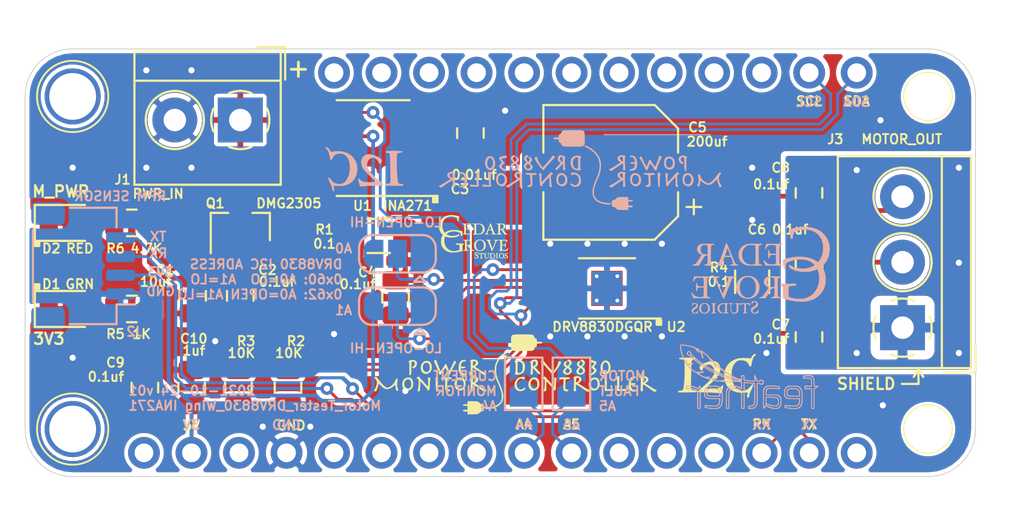
<source format=kicad_pcb>
(kicad_pcb (version 20211014) (generator pcbnew)
  (title_block (title "Motor_Tester_DRV8830_FeatherWing / INA271") (date "2021-10-24") (rev "v01") (company "Cedar Grove Studios"))
  (layers (0 "F.Cu" signal) (31 "B.Cu" signal) (34 "B.Paste" user) (35 "F.Paste" user) (36 "B.SilkS" user "B.Silkscreen") (37 "F.SilkS" user "F.Silkscreen") (38 "B.Mask" user) (39 "F.Mask" user) (44 "Edge.Cuts" user))
  (net 0 "")
  (net 1 "GND")
  (net 2 "+3V3")
  (net 3 "/SCL")
  (net 4 "/SDA")
  (net 5 "Net-(D2-Pad2)")
  (net 6 "/PWR_IN")
  (net 7 "/C_PWR_IN")
  (net 8 "/M_PWR_IN")
  (net 9 "/M_SHIELD")
  (net 10 "/M_OUT_1")
  (net 11 "/M_OUT_2")
  (net 12 "Net-(D1-Pad2)")
  (net 13 "/SENSOR_RX")
  (net 14 "/SENSOR_TX")
  (net 15 "/M_FAULT")
  (net 16 "Net-(M1-Pad1)")
  (net 17 "Net-(M1-Pad3)")
  (net 18 "Net-(M1-Pad5)")
  (net 19 "Net-(M1-Pad6)")
  (net 20 "Net-(M1-Pad7)")
  (net 21 "Net-(M1-Pad8)")
  (net 22 "Net-(M1-Pad11)")
  (net 23 "Net-(M1-Pad12)")
  (net 24 "Net-(M1-Pad13)")
  (net 25 "Net-(M1-Pad16)")
  (net 26 "Net-(M1-Pad17)")
  (net 27 "Net-(M1-Pad18)")
  (net 28 "Net-(M1-Pad19)")
  (net 29 "Net-(M1-Pad20)")
  (net 30 "Net-(M1-Pad21)")
  (net 31 "Net-(M1-Pad26)")
  (net 32 "/C_MON_A4")
  (net 33 "Net-(M1-Pad22)")
  (net 34 "Net-(M1-Pad23)")
  (net 35 "Net-(M1-Pad24)")
  (net 36 "Net-(M1-Pad25)")
  (net 37 "Net-(C3-Pad2)")
  (net 38 "Net-(JP2-Pad2)")
  (net 39 "Net-(R4-Pad2)")
  (net 40 "Net-(JP3-Pad2)")
  (net 41 "Net-(JP4-Pad2)")
  (footprint "Adafruit:CedarGroveStudios_TEXT_LOGO_4x2_7mm" (layer "F.Cu") (at 151.003 86.233)
    (fp_text reference "G***" hide)
    (fp_text value "CedarGroveStudios_TEXT_LOGO_4x2_7mm" hide)
  )
  (footprint "Adafruit:mtc_wing_DRV8830_24x14mm" (layer "F.Cu") (at 153.162 93.599)
    (fp_text reference "G***" hide)
    (fp_text value "LOGO" hide)
  )
  (footprint "Adafruit:I2C_LOGO" (layer "F.Cu") (at 163.957 93.599)
    (fp_text reference "G***" hide)
    (fp_text value "LOGO" hide)
  )
  (footprint "Adafruit:Adafruit_Feather_M4_Express_bare" (layer "F.Cu") (at 152.4 87.63)
    (fp_text reference "M1")
    (fp_text value "Feather_M4_Express")
  )
  (footprint "Capacitor_SMD:C_0805_2012Metric" (layer "F.Cu") (at 135.95 89.4 -90)
    (fp_text reference "C1")
    (fp_text value "10uf")
  )
  (footprint "Capacitor_SMD:C_0805_2012Metric" (layer "F.Cu") (at 138.5 89.4 -90)
    (fp_text reference "C2")
    (fp_text value "0.1uf")
  )
  (footprint "Capacitor_SMD:C_0805_2012Metric" (layer "F.Cu") (at 150.8 80.7 90)
    (fp_text reference "C3")
    (fp_text value "0.01uf")
  )
  (footprint "Capacitor_SMD:C_0805_2012Metric" (layer "F.Cu") (at 146.8 89.5 -90)
    (fp_text reference "C4")
    (fp_text value "0.1uf")
  )
  (footprint "Capacitor_SMD:CP_Elec_6.6x6.6" (layer "F.Cu") (at 158.3 82.8 180)
    (fp_text reference "C5")
    (fp_text value "200uf")
  )
  (footprint "Capacitor_SMD:C_0805_2012Metric" (layer "F.Cu") (at 168.9 87.75 90)
    (fp_text reference "C6")
    (fp_text value "0.1uf")
  )
  (footprint "Capacitor_SMD:C_0805_2012Metric" (layer "F.Cu") (at 168.9 91.6 90)
    (fp_text reference "C7")
    (fp_text value "0.1uf")
  )
  (footprint "Capacitor_SMD:C_0805_2012Metric" (layer "F.Cu") (at 168.9 83.9 -90)
    (fp_text reference "C8")
    (fp_text value "0.1uf")
  )
  (footprint "Capacitor_SMD:C_0805_2012Metric" (layer "F.Cu") (at 133.4 94.3 -90)
    (fp_text reference "C9")
    (fp_text value "0.1uf")
  )
  (footprint "Capacitor_SMD:C_0805_2012Metric" (layer "F.Cu") (at 135.9 94.3 90)
    (fp_text reference "C10")
    (fp_text value "1uf")
  )
  (footprint "LED_SMD:LED_0805_2012Metric" (layer "F.Cu") (at 129.2 90.1)
    (fp_text reference "D1")
    (fp_text value "GRN")
  )
  (footprint "LED_SMD:LED_0805_2012Metric" (layer "F.Cu") (at 129.2 85.5)
    (fp_text reference "D2")
    (fp_text value "RED")
  )
  (footprint "TerminalBlock_4Ucon:TerminalBlock_4Ucon_1x02_P3.50mm_Horizontal" (layer "F.Cu") (at 138.5 80 180)
    (fp_text reference "J1")
    (fp_text value "PWR_IN")
  )
  (footprint "TerminalBlock_4Ucon:TerminalBlock_4Ucon_1x03_P3.50mm_Horizontal" (layer "F.Cu") (at 173.9 91.1 90)
    (fp_text reference "J3")
    (fp_text value "MOTOR_OUT")
  )
  (footprint "Package_TO_SOT_SMD:SOT-23" (layer "F.Cu") (at 138.5 85.725 90)
    (fp_text reference "Q1")
    (fp_text value "DMG2305")
  )
  (footprint "Resistor_SMD:R_0805_2012Metric" (layer "F.Cu") (at 141.05 94.3 -90)
    (fp_text reference "R2")
    (fp_text value "10K")
  )
  (footprint "Resistor_SMD:R_0805_2012Metric" (layer "F.Cu") (at 138.4 94.3 -90)
    (fp_text reference "R3")
    (fp_text value "10K")
  )
  (footprint "Resistor_SMD:R_0805_2012Metric" (layer "F.Cu") (at 132.7 90.1)
    (fp_text reference "R5")
    (fp_text value "1K")
  )
  (footprint "Resistor_SMD:R_0805_2012Metric" (layer "F.Cu") (at 132.7 85.5)
    (fp_text reference "R6")
    (fp_text value "4.7K")
  )
  (footprint "Package_SO:SOIC-8_3.9x4.9mm_P1.27mm" (layer "F.Cu") (at 145.6 81.5 180)
    (fp_text reference "U1")
    (fp_text value "INA271")
  )
  (footprint "Package_SO:MSOP-10-1EP_3x3mm_P0.5mm_EP1.68x1.88mm_ThermalVias" (layer "F.Cu") (at 158.1 89 180)
    (fp_text reference "U2")
    (fp_text value "DRV8830DGQR")
  )
  (footprint "Resistor_SMD:R_1206_3216Metric" (layer "F.Cu") (at 165.862 88.646 -90)
    (fp_text reference "R4")
    (fp_text value "0.1")
  )
  (footprint "Resistor_SMD:R_1206_3216Metric" (layer "F.Cu") (at 145.9 86.2 180)
    (fp_text reference "R1")
    (fp_text value "0.1")
  )
  (footprint "Adafruit:Feather_LOGO_8x4mm" (layer "B.Cu") (at 165.735 93.599 180)
    (fp_text reference "G***" hide)
    (fp_text value "Feather_LOGO_8x4mm" hide)
  )
  (footprint "Adafruit:CedarGroveStudios_TEXT_LOGO_8x5_4mm" (layer "B.Cu") (at 166.243 88.011 180)
    (fp_text reference "G***" hide)
    (fp_text value "LOGO" hide)
  )
  (footprint "Adafruit:I2C_LOGO" (layer "B.Cu") (at 145.161 82.55 180)
    (fp_text reference "G***" hide)
    (fp_text value "LOGO" hide)
  )
  (footprint "Adafruit:mtc_wing_DRV8830_24x14mm" (layer "B.Cu") (at 156.718 82.677 180)
    (fp_text reference "G***" hide)
    (fp_text value "LOGO" hide)
  )
  (footprint "Connector_JST:JST_SH_SM04B-SRSS-TB_1x04-1MP_P1.00mm_Horizontal" (layer "B.Cu") (at 130.1 87.8 90)
    (fp_text reference "J2")
    (fp_text value "SENSOR_UART-QT")
  )
  (footprint "Jumper:SolderJumper-2_P1.3mm_Open_TrianglePad1.0x1.5mm" (layer "B.Cu") (at 153.65 94.1 90)
    (fp_text reference "JP1")
    (fp_text value "C_MON_A4")
  )
  (footprint "Jumper:SolderJumper-2_P1.3mm_Open_TrianglePad1.0x1.5mm" (layer "B.Cu") (at 156.2 94.1 90)
    (fp_text reference "JP2")
    (fp_text value "M_FAULT_A5")
  )
  (footprint "Jumper:SolderJumper-3_P1.3mm_Open_RoundedPad1.0x1.5mm" (layer "B.Cu") (at 146.9 87.15 180)
    (fp_text reference "JP3")
    (fp_text value "M_ADDR_0")
  )
  (footprint "Jumper:SolderJumper-3_P1.3mm_Open_RoundedPad1.0x1.5mm" (layer "B.Cu") (at 146.9 89.95 180)
    (fp_text reference "JP4")
    (fp_text value "M_ADDR_1")
  )
  (gr_poly (pts (xy 149.05 84.404) (xy 148.796 84.404) (xy 148.796 84.15) (xy 149.05 84.15)) (layer "F.SilkS") (width 0.1) (fill solid))
  (gr_poly (pts (xy 127.762 89.027) (xy 127.508 89.027) (xy 127.508 88.773) (xy 127.762 88.773)) (layer "F.SilkS") (width 0.1) (fill solid))
  (gr_poly (pts (xy 127.762 86.741) (xy 127.508 86.741) (xy 127.508 86.487) (xy 127.762 86.487)) (layer "F.SilkS") (width 0.1) (fill solid))
  (gr_poly (pts (xy 161.004 90.954) (xy 160.75 90.954) (xy 160.75 90.7) (xy 161.004 90.7)) (layer "F.SilkS") (width 0.1) (fill solid))
  (gr_line (start 175.006 93.726) (end 174.752 93.345) (layer "F.SilkS") (width 0.12))
  (gr_line (start 174.752 93.345) (end 174.498 93.726) (layer "F.SilkS") (width 0.12))
  (gr_line (start 173.863 94.107) (end 174.752 94.107) (layer "F.SilkS") (width 0.12))
  (gr_line (start 174.752 93.345) (end 175.006 93.726) (layer "F.SilkS") (width 0.12))
  (gr_line (start 174.752 94.107) (end 174.752 93.345) (layer "F.SilkS") (width 0.12))
  (gr_line (start 127 78.74) (end 127 96.52) (layer "Edge.Cuts") (width 0.05))
  (gr_arc (start 127 78.74) (mid 127.743949 76.943949) (end 129.54 76.2) (layer "Edge.Cuts") (width 0.05))
  (gr_arc (start 129.54 99.06) (mid 127.743949 98.316051) (end 127 96.52) (layer "Edge.Cuts") (width 0.05))
  (gr_arc (start 177.8 96.52) (mid 177.056051 98.316051) (end 175.26 99.06) (layer "Edge.Cuts") (width 0.05))
  (gr_line (start 129.54 99.06) (end 175.26 99.06) (layer "Edge.Cuts") (width 0.05))
  (gr_line (start 175.26 76.2) (end 129.54 76.2) (layer "Edge.Cuts") (width 0.05))
  (gr_line (start 177.8 96.52) (end 177.8 78.74) (layer "Edge.Cuts") (width 0.05))
  (gr_arc (start 175.26 76.2) (mid 177.056051 76.943949) (end 177.8 78.74) (layer "Edge.Cuts") (width 0.05))
  (gr_text "TX" (at 134.112 86.233) (layer "B.SilkS") (effects (font (size 0.5 0.5) (thickness 0.1)) (justify mirror)))
  (gr_text "RX" (at 134.112 87.122) (layer "B.SilkS") (effects (font (size 0.5 0.5) (thickness 0.1)) (justify mirror)))
  (gr_text "3V3" (at 134.239 88.138) (layer "B.SilkS") (effects (font (size 0.5 0.5) (thickness 0.1)) (justify mirror)))
  (gr_text "GND" (at 134.239 89.154) (layer "B.SilkS") (effects (font (size 0.5 0.5) (thickness 0.1)) (justify mirror)))
  (gr_text "DRV8830 I2C ADRESS\n0x60: A0=LO  A1=LO\n0x62: A0=OPEN A1=LO" (at 144.018 88.519) (layer "B.SilkS") (effects (font (size 0.5 0.5) (thickness 0.1)) (justify left mirror)))
  (gr_text "MOTOR\nFAULT\nA5" (at 157.607 94.488) (layer "B.SilkS") (effects (font (size 0.5 0.5) (thickness 0.1)) (justify right mirror)))
  (gr_text "CURRENT\nMONITOR\nA4" (at 152.273 94.488) (layer "B.SilkS") (effects (font (size 0.5 0.5) (thickness 0.1)) (justify left mirror)))
  (gr_text "RPM SENSOR" (at 132.08 84.074) (layer "B.SilkS") (effects (font (size 0.5 0.5) (thickness 0.1)) (justify mirror)))
  (gr_text "2021-10-24 v01\nMotor_Tester_DRV8830_Wing INA271" (at 132.461 94.869) (layer "B.SilkS") (effects (font (size 0.5 0.5) (thickness 0.1)) (justify right mirror)))
  (gr_text "LO-OPEN-HI" (at 149.352 85.471) (layer "B.SilkS") (effects (font (size 0.5 0.5) (thickness 0.1)) (justify left mirror)))
  (gr_text "A1" (at 144.018 90.17) (layer "B.SilkS") (effects (font (size 0.5 0.5) (thickness 0.1)) (justify mirror)))
  (gr_text "LO-OPEN-HI" (at 149.352 92.202) (layer "B.SilkS") (effects (font (size 0.5 0.5) (thickness 0.1)) (justify left mirror)))
  (gr_text "A0" (at 144.018 86.868) (layer "B.SilkS") (effects (font (size 0.5 0.5) (thickness 0.1)) (justify mirror)))
  (gr_text "3V3" (at 128.27 91.694) (layer "F.SilkS") (effects (font (size 0.6 0.6) (thickness 0.12))))
  (gr_text "SHIELD" (at 171.958 94.107) (layer "F.SilkS") (effects (font (size 0.6 0.6) (thickness 0.12))))
  (gr_text "M_PWR" (at 128.905 83.82) (layer "F.SilkS") (effects (font (size 0.6 0.6) (thickness 0.12))))
  (gr_text "+" (at 141.605 77.216) (layer "F.SilkS") (effects (font (size 1 1))))
  (segment (start 153.924 79.502) (end 152.654 79.502) (width 0.254) (layer "F.Cu") (net 1))
  (segment (start 155.5 82.8) (end 154.428 82.8) (width 0.254) (layer "F.Cu") (net 1))
  (segment (start 156.972 82.296) (end 156.972 81.28) (width 0.254) (layer "F.Cu") (net 1))
  (segment (start 154.178 79.756) (end 153.924 79.502) (width 0.254) (layer "F.Cu") (net 1))
  (segment (start 154.428 82.8) (end 154.178 82.55) (width 0.254) (layer "F.Cu") (net 1))
  (segment (start 155.5 82.8) (end 156.468 82.8) (width 0.254) (layer "F.Cu") (net 1))
  (segment (start 154.178 82.55) (end 154.178 79.756) (width 0.254) (layer "F.Cu") (net 1))
  (segment (start 156.468 82.8) (end 156.972 82.296) (width 0.254) (layer "F.Cu") (net 1))
  (via (at 129.54 82.55) (size 0.6858) (drill 0.3302) (layers "F.Cu" "B.Cu") (net 1))
  (via (at 133.477 82.55) (size 0.6858) (drill 0.3302) (layers "F.Cu" "B.Cu") (net 1))
  (via (at 133.477 77.343) (size 0.6858) (drill 0.3302) (layers "F.Cu" "B.Cu") (net 1))
  (via (at 135.89 77.343) (size 0.6858) (drill 0.3302) (layers "F.Cu" "B.Cu") (net 1))
  (via (at 135.89 82.55) (size 0.6858) (drill 0.3302) (layers "F.Cu" "B.Cu") (net 1))
  (via (at 165.862 82.55) (size 0.6858) (drill 0.3302) (layers "F.Cu" "B.Cu") (net 1))
  (via (at 165.862 85.344) (size 0.6858) (drill 0.3302) (layers "F.Cu" "B.Cu") (net 1))
  (via (at 152.654 79.502) (size 0.6858) (drill 0.3302) (layers "F.Cu" "B.Cu") (net 1))
  (via (at 143.51 91.44) (size 0.6858) (drill 0.3302) (layers "F.Cu" "B.Cu") (net 1))
  (via (at 137.16 91.821) (size 0.6858) (drill 0.3302) (layers "F.Cu" "B.Cu") (net 1))
  (via (at 157.056666 91.567) (size 0.6858) (drill 0.3302) (layers "F.Cu" "B.Cu") (net 1))
  (via (at 155.067 91.567) (size 0.6858) (drill 0.3302) (layers "F.Cu" "B.Cu") (net 1))
  (via (at 159.046332 91.567) (size 0.6858) (drill 0.3302) (layers "F.Cu" "B.Cu") (net 1))
  (via (at 161.036 91.567) (size 0.6858) (drill 0.3302) (layers "F.Cu" "B.Cu") (net 1))
  (via (at 159.046332 86.614) (size 0.6858) (drill 0.3302) (layers "F.Cu" "B.Cu") (net 1))
  (via (at 155.067 86.614) (size 0.6858) (drill 0.3302) (layers "F.Cu" "B.Cu") (net 1))
  (via (at 161.036 86.614) (size 0.6858) (drill 0.3302) (layers "F.Cu" "B.Cu") (net 1))
  (via (at 157.056666 86.614) (size 0.6858) (drill 0.3302) (layers "F.Cu" "B.Cu") (net 1))
  (via (at 166.624 92.456) (size 0.6858) (drill 0.3302) (layers "F.Cu" "B.Cu") (net 1))
  (via (at 172.847 95.25) (size 0.6858) (drill 0.3302) (layers "F.Cu" "B.Cu") (net 1))
  (via (at 172.72 80.01) (size 0.6858) (drill 0.3302) (layers "F.Cu" "B.Cu") (net 1))
  (via (at 142.24 96.393) (size 0.6858) (drill 0.3302) (layers "F.Cu" "B.Cu") (net 1))
  (via (at 139.7 96.393) (size 0.6858) (drill 0.3302) (layers "F.Cu" "B.Cu") (net 1))
  (via (at 147.32 94.488) (size 0.6858) (drill 0.3302) (layers "F.Cu" "B.Cu") (net 1))
  (via (at 129.54 92.71) (size 0.6858) (drill 0.3302) (layers "F.Cu" "B.Cu") (net 1))
  (segment (start 145.535 80.865) (end 145.535 80.865) (width 0.2032) (layer "F.Cu") (net 2))
  (segment (start 133.6375 90.1) (end 133.6375 93.125) (width 0.2032) (layer "F.Cu") (net 2))
  (segment (start 138.4 95.2375) (end 141.05 95.2375) (width 0.2032) (layer "F.Cu") (net 2))
  (segment (start 135.275 95.2375) (end 135.9 95.2375) (width 0.2032) (layer "F.Cu") (net 2))
  (segment (start 133.4 93.3625) (end 135.275 95.2375) (width 0.2032) (layer "F.Cu") (net 2))
  (segment (start 143.125 80.865) (end 145.595 80.865) (width 0.2032) (layer "F.Cu") (net 2))
  (segment (start 135.9 97.78) (end 135.89 97.79) (width 0.2032) (layer "F.Cu") (net 2))
  (segment (start 135.9 95.2375) (end 138.4 95.2375) (width 0.2032) (layer "F.Cu") (net 2))
  (segment (start 135.9 95.2375) (end 135.9 97.78) (width 0.2032) (layer "F.Cu") (net 2))
  (via (at 145.595 80.865) (size 0.6858) (drill 0.3302) (layers "F.Cu" "B.Cu") (net 2))
  (segment (start 132.1 88.3) (end 133.96899 88.3) (width 0.2032) (layer "B.Cu") (net 2))
  (segment (start 133.96899 88.3) (end 134.66899 89) (width 0.2032) (layer "B.Cu") (net 2))
  (segment (start 145.5875 80.8725) (end 145.595 80.865) (width 0.2032) (layer "B.Cu") (net 2))
  (segment (start 145.6 89.95) (end 145.6 87.15) (width 0.2032) (layer "B.Cu") (net 2))
  (segment (start 134.66899 89) (end 134.66899 93.26699) (width 0.2032) (layer "B.Cu") (net 2))
  (segment (start 142.829103 95.008701) (end 145.021299 95.008701) (width 0.2032) (layer "B.Cu") (net 2))
  (segment (start 145.021299 95.008701) (end 145.6 94.43) (width 0.2032) (layer "B.Cu") (net 2))
  (segment (start 135.442181 94.73101) (end 135.227086 94.515914) (width 0.2032) (layer "B.Cu") (net 2))
  (segment (start 136.91699 94.73101) (end 135.442181 94.73101) (width 0.2032) (layer "B.Cu") (net 2))
  (segment (start 135.227086 94.515914) (end 134.66899 93.957819) (width 0.2032) (layer "B.Cu") (net 2))
  (segment (start 135.89 97.79) (end 135.89 95.178828) (width 0.2032) (layer "B.Cu") (net 2))
  (segment (start 142.551412 94.73101) (end 142.829103 95.008701) (width 0.2032) (layer "B.Cu") (net 2))
  (segment (start 145.5875 89.9625) (end 145.6 89.95) (width 0.2032) (layer "B.Cu") (net 2))
  (segment (start 135.89 95.178828) (end 135.227086 94.515914) (width 0.2032) (layer "B.Cu") (net 2))
  (segment (start 145.6 94.43) (end 145.6 89.95) (width 0.2032) (layer "B.Cu") (net 2))
  (segment (start 135.89 97.409) (end 135.89 97.79) (width 0.254) (layer "B.Cu") (net 2))
  (segment (start 136.91699 94.73101) (end 142.551412 94.73101) (width 0.2032) (layer "B.Cu") (net 2))
  (segment (start 135.89 97.337374) (end 135.89 97.79) (width 0.254) (layer "B.Cu") (net 2))
  (segment (start 145.6 87.15) (end 145.6 80.87) (width 0.2032) (layer "B.Cu") (net 2))
  (segment (start 145.6 80.87) (end 145.595 80.865) (width 0.2032) (layer "B.Cu") (net 2))
  (segment (start 134.66899 93.957819) (end 134.66899 93.26699) (width 0.2032) (layer "B.Cu") (net 2))
  (segment (start 153.5 90.45) (end 153.5 90.45) (width 0.1524) (layer "F.Cu") (net 3))
  (segment (start 153.5 90.45) (end 153.5 92.4) (width 0.1524) (layer "F.Cu") (net 3))
  (segment (start 141.05 93.3625) (end 152.5375 93.3625) (width 0.1524) (layer "F.Cu") (net 3))
  (segment (start 153.5 92.4) (end 152.5375 93.3625) (width 0.1524) (layer "F.Cu") (net 3))
  (segment (start 154.75 90) (end 154.85 90) (width 0.1524) (layer "F.Cu") (net 3))
  (segment (start 154.85 90) (end 155.95 90) (width 0.1524) (layer "F.Cu") (net 3))
  (segment (start 153.95 90) (end 153.5 90.45) (width 0.1524) (layer "F.Cu") (net 3))
  (segment (start 154.85 90) (end 153.95 90) (width 0.1524) (layer "F.Cu") (net 3))
  (via (at 153.5 90.45) (size 0.6858) (drill 0.3302) (layers "F.Cu" "B.Cu") (net 3))
  (segment (start 151.828499 90.074321) (end 151.828499 89.525679) (width 0.1524) (layer "B.Cu") (net 3))
  (segment (start 152.75 89.15) (end 152.975 88.925) (width 0.1524) (layer "B.Cu") (net 3))
  (segment (start 153.421501 90.371501) (end 153.5 90.45) (width 0.1524) (layer "B.Cu") (net 3))
  (segment (start 152.975 88.925) (end 152.975 87.175) (width 0.1524) (layer "B.Cu") (net 3))
  (segment (start 170.053 78.613) (end 168.91 77.47) (width 0.1524) (layer "B.Cu") (net 3))
  (segment (start 169.46881 80.21319) (end 170.053 79.629) (width 0.1524) (layer "B.Cu") (net 3))
  (segment (start 170.053 79.629) (end 170.053 78.613) (width 0.1524) (layer "B.Cu") (net 3))
  (segment (start 151.828499 89.525679) (end 152.204178 89.15) (width 0.1524) (layer "B.Cu") (net 3))
  (segment (start 152.204178 89.15) (end 152.75 89.15) (width 0.1524) (layer "B.Cu") (net 3))
  (segment (start 152.975 87.175) (end 152.975 81.035934) (width 0.1524) (layer "B.Cu") (net 3))
  (segment (start 152.975 87.175) (end 152.975 88.025) (width 0.1524) (layer "B.Cu") (net 3))
  (segment (start 152.975 81.035934) (end 153.797743 80.213191) (width 0.1524) (layer "B.Cu") (net 3))
  (segment (start 153.797743 80.213191) (end 169.46881 80.21319) (width 0.1524) (layer "B.Cu") (net 3))
  (segment (start 152.125679 90.371501) (end 153.421501 90.371501) (width 0.1524) (layer "B.Cu") (net 3))
  (segment (start 151.828499 90.074321) (end 152.125679 90.371501) (width 0.1524) (layer "B.Cu") (net 3))
  (segment (start 152.4 89.8) (end 152.4 89.8) (width 0.1524) (layer "F.Cu") (net 4))
  (segment (start 153.15 92.318934) (end 153.15 90.945822) (width 0.1524) (layer "F.Cu") (net 4))
  (segment (start 152.4 90.195822) (end 152.4 89.8) (width 0.1524) (layer "F.Cu") (net 4))
  (segment (start 152.411244 93.05769) (end 153.15 92.318934) (width 0.1524) (layer "F.Cu") (net 4))
  (segment (start 155.95 89.5) (end 153 89.5) (width 0.1524) (layer "F.Cu") (net 4))
  (segment (start 153 89.5) (end 152.9 89.5) (width 0.1524) (layer "F.Cu") (net 4))
  (segment (start 141.85 92.5) (end 142.40769 93.05769) (width 0.1524) (layer "F.Cu") (net 4))
  (segment (start 152.7 89.5) (end 152.4 89.8) (width 0.1524) (layer "F.Cu") (net 4))
  (segment (start 139.2625 92.5) (end 141.85 92.5) (width 0.1524) (layer "F.Cu") (net 4))
  (segment (start 154.818934 89.5) (end 155.95 89.5) (width 0.1524) (layer "F.Cu") (net 4))
  (segment (start 153 89.5) (end 152.7 89.5) (width 0.1524) (layer "F.Cu") (net 4))
  (segment (start 171.45 77.978) (end 171.45 77.47) (width 0.1524) (layer "F.Cu") (net 4))
  (segment (start 153.15 90.945822) (end 152.4 90.195822) (width 0.1524) (layer "F.Cu") (net 4))
  (segment (start 138.4 93.3625) (end 139.2625 92.5) (width 0.1524) (layer "F.Cu") (net 4))
  (segment (start 142.40769 93.05769) (end 152.411244 93.05769) (width 0.1524) (layer "F.Cu") (net 4))
  (via (at 152.4 89.8) (size 0.6858) (drill 0.3302) (layers "F.Cu" "B.Cu") (net 4))
  (segment (start 153.27981 81.16219) (end 153.27981 89.42019) (width 0.1524) (layer "B.Cu") (net 4))
  (segment (start 171.45 77.597) (end 171.45 77.47) (width 0.1524) (layer "B.Cu") (net 4))
  (segment (start 152.9 89.8) (end 152.4 89.8) (width 0.1524) (layer "B.Cu") (net 4))
  (segment (start 169.595066 80.518) (end 153.924 80.518) (width 0.1524) (layer "B.Cu") (net 4))
  (segment (start 153.924 80.518) (end 153.27981 81.16219) (width 0.1524) (layer "B.Cu") (net 4))
  (segment (start 153.27981 89.42019) (end 152.9 89.8) (width 0.1524) (layer "B.Cu") (net 4))
  (segment (start 170.434 79.679066) (end 170.434 78.613) (width 0.1524) (layer "B.Cu") (net 4))
  (segment (start 170.434 78.613) (end 171.45 77.597) (width 0.1524) (layer "B.Cu") (net 4))
  (segment (start 170.434 79.679066) (end 169.595066 80.518) (width 0.1524) (layer "B.Cu") (net 4))
  (segment (start 131.825 85.5) (end 130.1375 85.5) (width 0.1524) (layer "F.Cu") (net 5))
  (segment (start 138.5 84.5) (end 138.5 80) (width 0.254) (layer "F.Cu") (net 6))
  (segment (start 142.1 86.5) (end 142.525 86.075) (width 0.254) (layer "F.Cu") (net 7))
  (segment (start 143.125 85.475) (end 142.525 86.075) (width 0.254) (layer "F.Cu") (net 7))
  (segment (start 138.5 88.4625) (end 135.95 88.4625) (width 0.254) (layer "F.Cu") (net 7))
  (segment (start 135.95 88.4625) (end 134.5125 88.4625) (width 0.254) (layer "F.Cu") (net 7))
  (segment (start 144.9625 86.2) (end 144.9625 84.9625) (width 0.254) (layer "F.Cu") (net 7))
  (segment (start 144.9625 86.2) (end 144.9625 87.2375) (width 0.254) (layer "F.Cu") (net 7))
  (segment (start 133.6375 87.5875) (end 133.6375 85.5) (width 0.254) (layer "F.Cu") (net 7))
  (segment (start 139.45 88.1) (end 139.45 86.5) (width 0.254) (layer "F.Cu") (net 7))
  (segment (start 139.0875 88.4625) (end 139.45 88.1) (width 0.254) (layer "F.Cu") (net 7))
  (segment (start 144.9625 86.2) (end 142.4 86.2) (width 0.254) (layer "F.Cu") (net 7))
  (segment (start 143.125 83.405) (end 143.125 85.475) (width 0.254) (layer "F.Cu") (net 7))
  (segment (start 138.5 88.4625) (end 139.0875 88.4625) (width 0.254) (layer "F.Cu") (net 7))
  (segment (start 134.5125 88.4625) (end 133.6375 87.5875) (width 0.254) (layer "F.Cu") (net 7))
  (segment (start 139.45 86.5) (end 142.1 86.5) (width 0.254) (layer "F.Cu") (net 7))
  (segment (start 138 88.4625) (end 139.0375 88.4625) (width 0.254) (layer "F.Cu") (net 7))
  (segment (start 142.525 86.075) (end 142.4 86.2) (width 0.254) (layer "F.Cu") (net 7))
  (segment (start 147.32 88.0425) (end 147.32 86.22) (width 0.254) (layer "F.Cu") (net 8))
  (segment (start 161.1 84.265) (end 161.1 82.8) (width 0.254) (layer "F.Cu") (net 8))
  (segment (start 148.075 84.275) (end 148.075 83.405) (width 0.254) (layer "F.Cu") (net 8))
  (segment (start 146.8 86.2375) (end 146.8375 86.2) (width 0.254) (layer "F.Cu") (net 8))
  (segment (start 162.071 88.5) (end 162.623 87.948) (width 0.254) (layer "F.Cu") (net 8))
  (segment (start 146.8 88.5625) (end 147.32 88.0425) (width 0.254) (layer "F.Cu") (net 8))
  (segment (start 161.735 84.9) (end 161.1 84.265) (width 0.254) (layer "F.Cu") (net 8))
  (segment (start 148.7 84.9) (end 148.075 84.275) (width 0.254) (layer "F.Cu") (net 8))
  (segment (start 162.623 84.9) (end 161.735 84.9) (width 0.254) (layer "F.Cu") (net 8))
  (segment (start 150.6 84.9) (end 150.8 84.9) (width 0.254) (layer "F.Cu") (net 8))
  (segment (start 149.3 86.2) (end 150.6 84.9) (width 0.254) (layer "F.Cu") (net 8))
  (segment (start 146.8375 86.2) (end 149.3 86.2) (width 0.254) (layer "F.Cu") (net 8))
  (segment (start 150.8 84.9) (end 148.7 84.9) (width 0.254) (layer "F.Cu") (net 8))
  (segment (start 160.25 88.5) (end 162.071 88.5) (width 0.254) (layer "F.Cu") (net 8))
  (segment (start 162.3 88.5) (end 160.25 88.5) (width 0.254) (layer "F.Cu") (net 8))
  (segment (start 147.32 86.22) (end 147.3 86.2) (width 0.254) (layer "F.Cu") (net 8))
  (segment (start 162.623 87.948) (end 162.623 84.9) (width 0.254) (layer "F.Cu") (net 8))
  (segment (start 162.623 84.9) (end 150.8 84.9) (width 0.254) (layer "F.Cu") (net 8))
  (via (at 176.911 87.63) (size 0.6858) (drill 0.3302) (layers "F.Cu" "B.Cu") (net 9))
  (via (at 176.911 82.55) (size 0.6858) (drill 0.3302) (layers "F.Cu" "B.Cu") (net 9))
  (via (at 171.45 92.456) (size 0.6858) (drill 0.3302) (layers "F.Cu" "B.Cu") (net 9))
  (via (at 176.911 92.456) (size 0.6858) (drill 0.3302) (layers "F.Cu" "B.Cu") (net 9))
  (via (at 171.45 82.677) (size 0.6858) (drill 0.3302) (layers "F.Cu" "B.Cu") (net 9))
  (segment (start 164.084 84.582) (end 164.592 84.074) (width 0.254) (layer "F.Cu") (net 10))
  (segment (start 168.9 84.8375) (end 173.1625 84.8375) (width 0.254) (layer "F.Cu") (net 10))
  (segment (start 173.1625 84.8375) (end 173.9 84.1) (width 0.254) (layer "F.Cu") (net 10))
  (segment (start 164.084 87.884) (end 164.084 87.63) (width 0.254) (layer "F.Cu") (net 10))
  (segment (start 168.9 86.8125) (end 168.9 84.8375) (width 0.254) (layer "F.Cu") (net 10))
  (segment (start 173.1645 84.7575) (end 173.863 84.059) (width 0.2032) (layer "F.Cu") (net 10))
  (segment (start 168.1365 84.074) (end 168.9 84.8375) (width 0.254) (layer "F.Cu") (net 10))
  (segment (start 163.222 89) (end 164.084 88.138) (width 0.254) (layer "F.Cu") (net 10))
  (segment (start 160.25 89) (end 163.222 89) (width 0.254) (layer "F.Cu") (net 10))
  (segment (start 164.084 88.138) (end 164.084 87.63) (width 0.254) (layer "F.Cu") (net 10))
  (segment (start 164.592 84.074) (end 168.1365 84.074) (width 0.254) (layer "F.Cu") (net 10))
  (segment (start 164.084 87.63) (end 164.084 84.582) (width 0.254) (layer "F.Cu") (net 10))
  (segment (start 160.25 90) (end 163.66 90) (width 0.254) (layer "F.Cu") (net 11))
  (segment (start 168.9 88.7375) (end 169 88.6375) (width 0.254) (layer "F.Cu") (net 11))
  (segment (start 168.160601 91.401899) (end 168.9 90.6625) (width 0.254) (layer "F.Cu") (net 11))
  (segment (start 169 88.6375) (end 169.9625 88.6375) (width 0.254) (layer "F.Cu") (net 11))
  (segment (start 169.9625 88.6375) (end 171 87.6) (width 0.254) (layer "F.Cu") (net 11))
  (segment (start 171 87.6) (end 173.9 87.6) (width 0.254) (layer "F.Cu") (net 11))
  (segment (start 168.9 90.6625) (end 168.9 88.7375) (width 0.254) (layer "F.Cu") (net 11))
  (segment (start 165.061899 91.401899) (end 168.160601 91.401899) (width 0.254) (layer "F.Cu") (net 11))
  (segment (start 168.3765 91.186) (end 168.9 90.6625) (width 0.254) (layer "F.Cu") (net 11))
  (segment (start 163.66 90) (end 165.061899 91.401899) (width 0.254) (layer "F.Cu") (net 11))
  (segment (start 130.0375 90.1) (end 131.7625 90.1) (width 0.1524) (layer "F.Cu") (net 12))
  (segment (start 143.05 94.35) (end 143.05 94.35) (width 0.1524) (layer "F.Cu") (net 13))
  (segment (start 145.3898 95.8598) (end 144.462501 94.932501) (width 0.1524) (layer "F.Cu") (net 13))
  (segment (start 167.64 96.266) (end 167.224001 95.850001) (width 0.1524) (layer "F.Cu") (net 13))
  (segment (start 167.224001 95.850001) (end 165.388999 95.850001) (width 0.1524) (layer "F.Cu") (net 13))
  (segment (start 167.64 96.52) (end 167.64 96.266) (width 0.1524) (layer "F.Cu") (net 13))
  (segment (start 144.462501 94.932501) (end 143.711501 94.932501) (width 0.1524) (layer "F.Cu") (net 13))
  (segment (start 166.37 97.79) (end 167.64 96.52) (width 0.1524) (layer "F.Cu") (net 13))
  (segment (start 165.388999 95.850001) (end 165.3792 95.8598) (width 0.1524) (layer "F.Cu") (net 13))
  (segment (start 143.711501 94.932501) (end 143.129 94.35) (width 0.1524) (layer "F.Cu") (net 13))
  (segment (start 165.3792 95.8598) (end 145.3898 95.8598) (width 0.1524) (layer "F.Cu") (net 13))
  (via (at 143.129 94.35) (size 0.6858) (drill 0.3302) (layers "F.Cu" "B.Cu") (net 13))
  (segment (start 132.1 87.3) (end 133.507818 87.3) (width 0.1524) (layer "B.Cu") (net 13))
  (segment (start 133.507818 87.3) (end 135.05 88.842182) (width 0.1524) (layer "B.Cu") (net 13))
  (segment (start 135.625 94.35) (end 135.05 93.775) (width 0.1524) (layer "B.Cu") (net 13))
  (segment (start 135.6 94.35) (end 143.05 94.35) (width 0.1524) (layer "B.Cu") (net 13))
  (segment (start 135.05 93.775) (end 135.05 93.169) (width 0.1524) (layer "B.Cu") (net 13))
  (segment (start 135.05 93.8) (end 135.6 94.35) (width 0.1524) (layer "B.Cu") (net 13))
  (segment (start 143.129 94.35) (end 135.625 94.35) (width 0.1524) (layer "B.Cu") (net 13))
  (segment (start 135.05 93.169) (end 135.05 93.8) (width 0.1524) (layer "B.Cu") (net 13))
  (segment (start 135.05 88.842182) (end 135.05 93.169) (width 0.1524) (layer "B.Cu") (net 13))
  (segment (start 144.5 94.25) (end 144.5 94.25) (width 0.1524) (layer "F.Cu") (net 14))
  (segment (start 145.684191 95.545191) (end 144.5 94.361) (width 0.1524) (layer "F.Cu") (net 14))
  (segment (start 168.91 97.104934) (end 167.350257 95.545191) (width 0.1524) (layer "F.Cu") (net 14))
  (segment (start 167.350257 95.545191) (end 145.684191 95.545191) (width 0.1524) (layer "F.Cu") (net 14))
  (segment (start 168.91 97.79) (end 168.91 97.104934) (width 0.1524) (layer "F.Cu") (net 14))
  (via (at 144.5 94.361) (size 0.6858) (drill 0.3302) (layers "F.Cu" "B.Cu") (net 14))
  (segment (start 132.938884 86.3) (end 135.35481 88.715926) (width 0.1524) (layer "B.Cu") (net 14))
  (segment (start 135.35481 88.715926) (end 135.35481 93.60481) (width 0.1524) (layer "B.Cu") (net 14))
  (segment (start 135.79519 94.04519) (end 142.508988 94.04519) (width 0.1524) (layer "B.Cu") (net 14))
  (segment (start 143.917499 93.778499) (end 142.775679 93.778499) (width 0.1524) (layer "B.Cu") (net 14))
  (segment (start 142.508988 94.04519) (end 135.82819 94.04519) (width 0.1524) (layer "B.Cu") (net 14))
  (segment (start 144.5 94.361) (end 143.917499 93.778499) (width 0.1524) (layer "B.Cu") (net 14))
  (segment (start 135.82819 94.04519) (end 135.35481 93.57181) (width 0.1524) (layer "B.Cu") (net 14))
  (segment (start 135.35481 93.60481) (end 135.79519 94.04519) (width 0.1524) (layer "B.Cu") (net 14))
  (segment (start 142.775679 93.778499) (end 142.508988 94.04519) (width 0.1524) (layer "B.Cu") (net 14))
  (segment (start 132.1 86.3) (end 132.938884 86.3) (width 0.1524) (layer "B.Cu") (net 14))
  (segment (start 144.028499 93.778499) (end 144.5 94.25) (width 0.1524) (layer "B.Cu") (net 14))
  (segment (start 142.775679 93.778499) (end 144.028499 93.778499) (width 0.1524) (layer "B.Cu") (net 14))
  (segment (start 155.194 96.774) (end 156.21 97.79) (width 0.1524) (layer "B.Cu") (net 15))
  (segment (start 155.194 95.831) (end 155.194 96.774) (width 0.1524) (layer "B.Cu") (net 15))
  (segment (start 156.2 94.825) (end 155.194 95.831) (width 0.1524) (layer "B.Cu") (net 15))
  (segment (start 145.595 79.595) (end 145.595 79.595) (width 0.1524) (layer "F.Cu") (net 32))
  (segment (start 143.125 79.595) (end 145.595 79.595) (width 0.1524) (layer "F.Cu") (net 32))
  (via (at 145.595 79.595) (size 0.6858) (drill 0.3302) (layers "F.Cu" "B.Cu") (net 32))
  (segment (start 146.45 85.2) (end 145.98101 84.73101) (width 0.1524) (layer "B.Cu") (net 32))
  (segment (start 145.98101 84.73101) (end 145.98101 81.399996) (width 0.1524) (layer "B.Cu") (net 32))
  (segment (start 150.7 85.9) (end 150 85.2) (width 0.1524) (layer "B.Cu") (net 32))
  (segment (start 146.217301 81.163705) (end 146.217301 80.217301) (width 0.1524) (layer "B.Cu") (net 32))
  (segment (start 153.65 94.825) (end 154.686 95.861) (width 0.1524) (layer "B.Cu") (net 32))
  (segment (start 151.575744 92.50681) (end 150.7 91.631066) (width 0.1524) (layer "B.Cu") (net 32))
  (segment (start 152.78181 92.50681) (end 151.575744 92.50681) (width 0.1524) (layer "B.Cu") (net 32))
  (segment (start 150 85.2) (end 146.45 85.2) (width 0.1524) (layer "B.Cu") (net 32))
  (segment (start 154.686 96.774) (end 153.67 97.79) (width 0.1524) (layer "B.Cu") (net 32))
  (segment (start 154.686 95.861) (end 154.686 96.774) (width 0.1524) (layer "B.Cu") (net 32))
  (segment (start 153.65 93.375) (end 152.78181 92.50681) (width 0.1524) (layer "B.Cu") (net 32))
  (segment (start 153.65 94.825) (end 153.65 93.375) (width 0.1524) (layer "B.Cu") (net 32))
  (segment (start 146.217301 80.217301) (end 145.595 79.595) (width 0.1524) (layer "B.Cu") (net 32))
  (segment (start 145.98101 81.399996) (end 146.217301 81.163705) (width 0.1524) (layer "B.Cu") (net 32))
  (segment (start 150.7 91.631066) (end 150.7 85.9) (width 0.1524) (layer "B.Cu") (net 32))
  (segment (start 156.307 77.567) (end 156.21 77.47) (width 0.1524) (layer "B.Cu") (net 33))
  (segment (start 158.75 77.47) (end 158.75 77.978) (width 0.1524) (layer "B.Cu") (net 34))
  (segment (start 161.29 77.47) (end 161.29 77.724) (width 0.1524) (layer "B.Cu") (net 35))
  (segment (start 163.86 77.5) (end 163.83 77.47) (width 0.1524) (layer "B.Cu") (net 36))
  (segment (start 150.6325 79.595) (end 150.8 79.7625) (width 0.1524) (layer "F.Cu") (net 37))
  (segment (start 148.075 80.865) (end 148.075 79.595) (width 0.1524) (layer "F.Cu") (net 37))
  (segment (start 148.075 79.595) (end 150.6325 79.595) (width 0.1524) (layer "F.Cu") (net 37))
  (segment (start 152 88) (end 155.95 88) (width 0.1524) (layer "F.Cu") (net 38))
  (via (at 152 88) (size 0.6858) (drill 0.3302) (layers "F.Cu" "B.Cu") (net 38))
  (segment (start 152 88) (end 152 88) (width 0.1524) (layer "B.Cu") (net 38))
  (segment (start 156.2 93.375) (end 155.027 92.202) (width 0.1524) (layer "B.Cu") (net 38))
  (segment (start 151.4 88) (end 152 88) (width 0.1524) (layer "B.Cu") (net 38))
  (segment (start 151.00481 88.39519) (end 151.4 88) (width 0.1524) (layer "B.Cu") (net 38))
  (segment (start 151.00481 91.44181) (end 151.00481 88.39519) (width 0.1524) (layer "B.Cu") (net 38))
  (segment (start 155.027 92.202) (end 151.765 92.202) (width 0.1524) (layer "B.Cu") (net 38))
  (segment (start 151.765 92.202) (end 151.00481 91.44181) (width 0.1524) (layer "B.Cu") (net 38))
  (segment (start 160.25 89.5) (end 164.176 89.5) (width 0.1524) (layer "F.Cu") (net 39))
  (segment (start 164.176 89.5) (end 164.722 90.046) (width 0.1524) (layer "F.Cu") (net 39))
  (segment (start 164.722 90.046) (end 165.862 90.046) (width 0.1524) (layer "F.Cu") (net 39))
  (segment (start 155.628499 88.571501) (end 148.896501 88.571501) (width 0.1524) (layer "F.Cu") (net 40))
  (segment (start 155.7 88.5) (end 155.628499 88.571501) (width 0.1524) (layer "F.Cu") (net 40))
  (segment (start 155.95 88.5) (end 155.7 88.5) (width 0.1524) (layer "F.Cu") (net 40))
  (segment (start 148.896501 88.571501) (end 148.844 88.519) (width 0.1524) (layer "F.Cu") (net 40))
  (via (at 148.844 88.519) (size 0.6858) (drill 0.3302) (layers "F.Cu" "B.Cu") (net 40))
  (segment (start 148.844 88.519) (end 147.066 88.519) (width 0.1524) (layer "B.Cu") (net 40))
  (segment (start 148.844 88.519) (end 147.3666 88.519) (width 0.1524) (layer "B.Cu") (net 40))
  (segment (start 146.9 88.353) (end 146.9 87.15) (width 0.1524) (layer "B.Cu") (net 40))
  (segment (start 146.9 88.0524) (end 146.9 87.15) (width 0.1524) (layer "B.Cu") (net 40))
  (segment (start 147.066 88.519) (end 146.9 88.353) (width 0.1524) (layer "B.Cu") (net 40))
  (segment (start 149.479 91.694) (end 148.082 91.694) (width 0.1524) (layer "F.Cu") (net 41))
  (segment (start 150.6 88.95) (end 149.8 89.75) (width 0.1524) (layer "F.Cu") (net 41))
  (segment (start 149.8 91.373) (end 149.479 91.694) (width 0.1524) (layer "F.Cu") (net 41))
  (segment (start 149.8 89.75) (end 149.8 91.373) (width 0.1524) (layer "F.Cu") (net 41))
  (segment (start 155.95 89) (end 155.9 88.95) (width 0.1524) (layer "F.Cu") (net 41))
  (segment (start 155.9 88.95) (end 150.6 88.95) (width 0.1524) (layer "F.Cu") (net 41))
  (via (at 148.082 91.694) (size 0.6858) (drill 0.3302) (layers "F.Cu" "B.Cu") (net 41))
  (segment (start 148.082 91.694) (end 147.066 91.694) (width 0.1524) (layer "B.Cu") (net 41))
  (segment (start 146.9 91.528) (end 146.9 89.95) (width 0.1524) (layer "B.Cu") (net 41))
  (segment (start 147.066 91.694) (end 146.9 91.528) (width 0.1524) (layer "B.Cu") (net 41))
  (zone (net 1) (net_name "GND") (layer "F.Cu") (connect_pads (clearance 0.254)) (min_thickness 0.254) (fill yes (thermal_gap 0.254) (thermal_bridge_width 0.3048))
    (polygon (pts (xy 177.8 99.06) (xy 127 99.06) (xy 127 76.2) (xy 177.8 76.2)))
  )
  (zone (net 8) (net_name "/M_PWR_IN") (layer "F.Cu") (priority 2) (connect_pads (clearance 0.254)) (min_thickness 0.254) (fill yes (thermal_gap 0.254) (thermal_bridge_width 0.3048))
    (polygon (pts (xy 163.576 89) (xy 162.052 89) (xy 162.052 85.598) (xy 150.622 85.598) (xy 150.622 88.9) (xy 146.304 88.9) (xy 146.304 82.7) (xy 158 82.7) (xy 158 81.026) (xy 163.576 81.026)))
  )
  (zone (net 7) (net_name "/C_PWR_IN") (layer "F.Cu") (priority 2) (connect_pads (clearance 0.254)) (min_thickness 0.254) (fill yes (thermal_gap 0.254) (thermal_bridge_width 0.3048))
    (polygon (pts (xy 145.542 88.958) (xy 138.30025 88.894) (xy 138.303 85.598) (xy 141.478 85.598) (xy 141.478 82.7) (xy 145.542 82.746)))
  )
  (zone (net 6) (net_name "/PWR_IN") (layer "F.Cu") (priority 2) (connect_pads (clearance 0.254)) (min_thickness 0.254) (fill yes (thermal_gap 0.254) (thermal_bridge_width 0.3048))
    (polygon (pts (xy 141.05 85.15) (xy 136.65 85.15) (xy 136.675 76.4) (xy 141.05 76.4)))
  )
  (zone (net 9) (net_name "/M_SHIELD") (layer "F.Cu") (priority 2) (connect_pads (clearance 0.254)) (min_thickness 0.254) (fill yes (thermal_gap 0.508) (thermal_bridge_width 0.508))
    (polygon (pts (xy 179.07 93.345) (xy 167.64 93.345) (xy 167.64 81.915) (xy 179.07 81.915)))
  )
  (zone (net 1) (net_name "GND") (layer "B.Cu") (connect_pads (clearance 0.2032)) (min_thickness 0.254) (fill yes (thermal_gap 0.254) (thermal_bridge_width 0.3048))
    (polygon (pts (xy 177.8 99.06) (xy 127 99.06) (xy 127 76.2) (xy 177.8 76.2)))
  )
  (zone (net 9) (net_name "/M_SHIELD") (layer "B.Cu") (priority 2) (connect_pads (clearance 0.254)) (min_thickness 0.254) (fill yes (thermal_gap 0.508) (thermal_bridge_width 0.508))
    (polygon (pts (xy 179.07 93.345) (xy 167.64 93.345) (xy 167.64 81.915) (xy 179.07 81.915)))
  )
)
</source>
